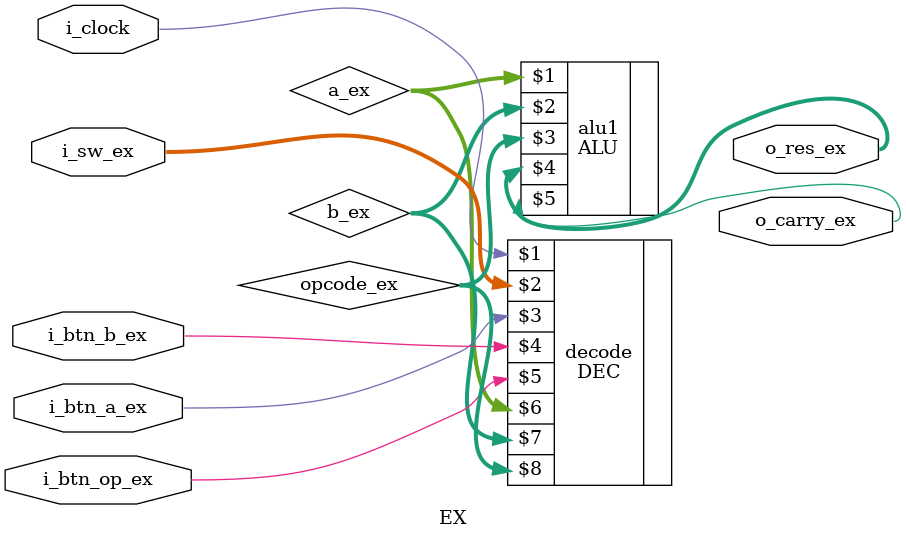
<source format=v>
`timescale 1ns / 1ps


module EX
#(
    parameter SIZE_OPERANDOS= 9,
    parameter SIZE_SW = 9,
    parameter SIZE_OPERACION = 6

)
(
    input wire i_clock,
    input wire  [(SIZE_SW-1):0] i_sw_ex, //switches 
    input wire i_btn_a_ex,
    input wire i_btn_b_ex,
    input wire i_btn_op_ex,
    output wire signed [(SIZE_OPERANDOS-1):0] o_res_ex,
    output wire o_carry_ex
);

  // Cables que interconectan los modulos
    wire [(SIZE_OPERACION-1):0] opcode_ex;
    wire [(SIZE_OPERANDOS-1):0] a_ex;
    wire [(SIZE_OPERANDOS-1):0] b_ex;
    //instancia de submodulos
    ALU  #(SIZE_OPERANDOS)alu1 (a_ex,b_ex,opcode_ex,o_res_ex, o_carry_ex);
    DEC #( SIZE_OPERANDOS,SIZE_SW,SIZE_OPERACION ) decode ( 
                                                                i_clock,
                                                                i_sw_ex,
                                                                i_btn_a_ex,
                                                                i_btn_b_ex,
                                                                i_btn_op_ex,
                                                                a_ex,
                                                                b_ex,
                                                                opcode_ex
    
    );
    
endmodule

</source>
